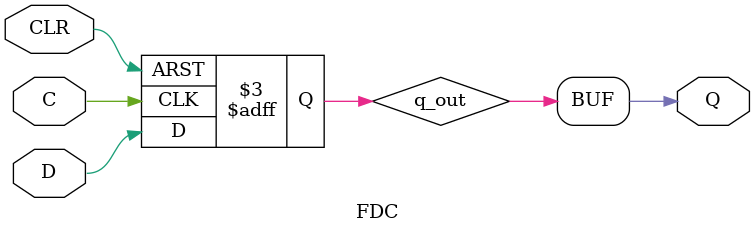
<source format=v>
`timescale  1 ps / 1 ps


module FDC (Q, C, CLR, D);

    parameter INIT = 1'b0;

    output Q;

    input  C, CLR, D;

    wire Q;
    reg q_out;

    initial q_out = INIT;


    always @(posedge C or posedge CLR)
       if (CLR) 
             q_out <= 0;
       else
	         q_out <= D;

    assign Q = q_out;

endmodule

</source>
